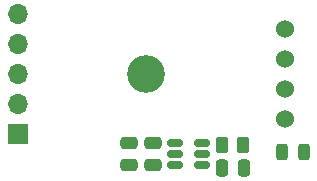
<source format=gts>
G04 #@! TF.GenerationSoftware,KiCad,Pcbnew,8.0.7*
G04 #@! TF.CreationDate,2025-01-24T14:27:24+01:00*
G04 #@! TF.ProjectId,GateDriverControlTransmitter,47617465-4472-4697-9665-72436f6e7472,rev?*
G04 #@! TF.SameCoordinates,Original*
G04 #@! TF.FileFunction,Soldermask,Top*
G04 #@! TF.FilePolarity,Negative*
%FSLAX46Y46*%
G04 Gerber Fmt 4.6, Leading zero omitted, Abs format (unit mm)*
G04 Created by KiCad (PCBNEW 8.0.7) date 2025-01-24 14:27:24*
%MOMM*%
%LPD*%
G01*
G04 APERTURE LIST*
G04 Aperture macros list*
%AMRoundRect*
0 Rectangle with rounded corners*
0 $1 Rounding radius*
0 $2 $3 $4 $5 $6 $7 $8 $9 X,Y pos of 4 corners*
0 Add a 4 corners polygon primitive as box body*
4,1,4,$2,$3,$4,$5,$6,$7,$8,$9,$2,$3,0*
0 Add four circle primitives for the rounded corners*
1,1,$1+$1,$2,$3*
1,1,$1+$1,$4,$5*
1,1,$1+$1,$6,$7*
1,1,$1+$1,$8,$9*
0 Add four rect primitives between the rounded corners*
20,1,$1+$1,$2,$3,$4,$5,0*
20,1,$1+$1,$4,$5,$6,$7,0*
20,1,$1+$1,$6,$7,$8,$9,0*
20,1,$1+$1,$8,$9,$2,$3,0*%
G04 Aperture macros list end*
%ADD10RoundRect,0.150000X-0.512500X-0.150000X0.512500X-0.150000X0.512500X0.150000X-0.512500X0.150000X0*%
%ADD11RoundRect,0.250000X-0.475000X0.250000X-0.475000X-0.250000X0.475000X-0.250000X0.475000X0.250000X0*%
%ADD12C,3.200000*%
%ADD13R,1.700000X1.700000*%
%ADD14O,1.700000X1.700000*%
%ADD15RoundRect,0.243750X0.243750X0.456250X-0.243750X0.456250X-0.243750X-0.456250X0.243750X-0.456250X0*%
%ADD16C,1.524000*%
%ADD17RoundRect,0.250000X-0.262500X-0.450000X0.262500X-0.450000X0.262500X0.450000X-0.262500X0.450000X0*%
%ADD18RoundRect,0.250000X-0.250000X-0.475000X0.250000X-0.475000X0.250000X0.475000X-0.250000X0.475000X0*%
G04 APERTURE END LIST*
D10*
X138422500Y-115810000D03*
X138422500Y-116760000D03*
X138422500Y-117710000D03*
X140697500Y-117710000D03*
X140697500Y-116760000D03*
X140697500Y-115810000D03*
D11*
X134570000Y-115810000D03*
X134570000Y-117710000D03*
X136530000Y-115810000D03*
X136530000Y-117710000D03*
D12*
X136000000Y-110000000D03*
D13*
X125100000Y-115075000D03*
D14*
X125100000Y-112535000D03*
X125100000Y-109995000D03*
X125100000Y-107455000D03*
X125100000Y-104915000D03*
D15*
X149337500Y-116600000D03*
X147462500Y-116600000D03*
D16*
X147700000Y-106210000D03*
X147700000Y-108750000D03*
X147700000Y-111290000D03*
X147700000Y-113830000D03*
D17*
X142387500Y-116020000D03*
X144212500Y-116020000D03*
D18*
X142370000Y-117950000D03*
X144270000Y-117950000D03*
M02*

</source>
